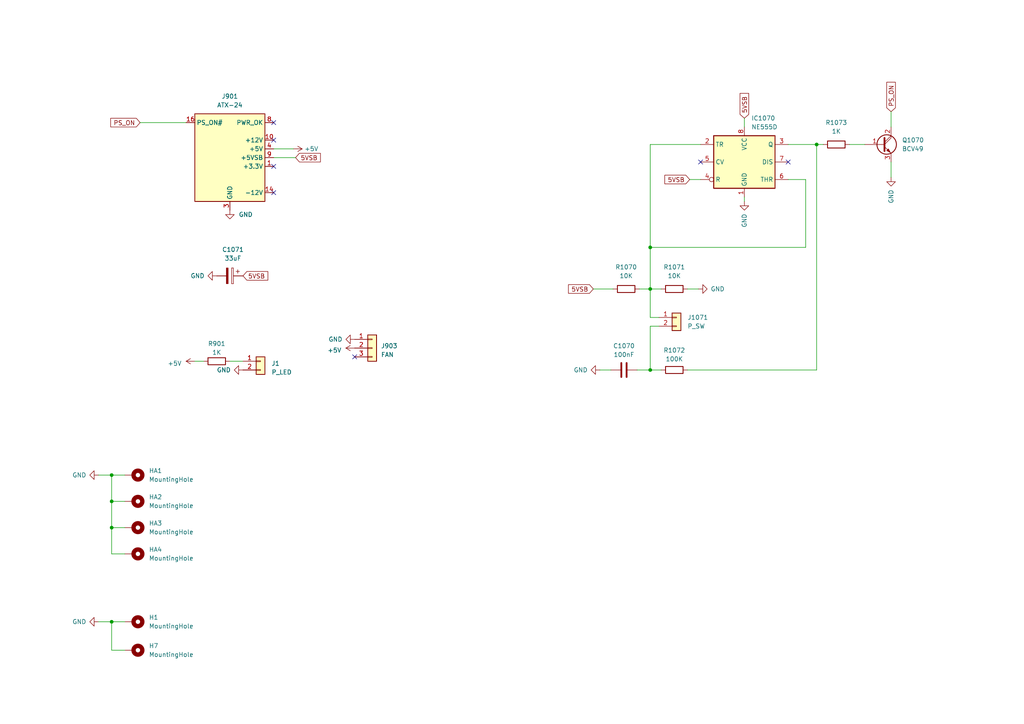
<source format=kicad_sch>
(kicad_sch (version 20230121) (generator eeschema)
  (paper "A4")
  (lib_symbols
    (symbol "Connector:ATX-24"
      (property "Reference" "J" (at -8.89 13.97 0))
      (property "Value" "ATX-24" (at 6.35 13.97 0))
      (symbol "ATX-24_0_1"
        (rectangle (start -10.16 12.7) (end 10.16 -12.7) (stroke (width 0.254)) (fill (type background)))
      )
      (symbol "ATX-24_1_1"
        (pin power_out line (at 12.7 -2.54 180) (length 2.54) (name "+3.3V") (number "1"))
        (pin power_out line (at 12.7 5.08 180) (length 2.54) (name "+12V") (number "10"))
        (pin passive line (at 12.7 5.08 180) (length 2.54) hide (name "+12V") (number "11"))
        (pin passive line (at 12.7 -2.54 180) (length 2.54) hide (name "+3.3V") (number "12"))
        (pin passive line (at 12.7 -2.54 180) (length 2.54) hide (name "+3.3V") (number "13"))
        (pin power_out line (at 12.7 -10.16 180) (length 2.54) (name "-12V") (number "14"))
        (pin passive line (at 0 -15.24 90) (length 2.54) hide (name "GND") (number "15"))
        (pin open_collector line (at -12.7 10.16 0) (length 2.54) (name "PS_ON#") (number "16"))
        (pin passive line (at 0 -15.24 90) (length 2.54) hide (name "GND") (number "17"))
        (pin passive line (at 0 -15.24 90) (length 2.54) hide (name "GND") (number "18"))
        (pin passive line (at 0 -15.24 90) (length 2.54) hide (name "GND") (number "19"))
        (pin passive line (at 12.7 -2.54 180) (length 2.54) hide (name "+3.3V") (number "2"))
        (pin no_connect line (at -10.16 0 0) (length 2.54) hide (name "NC") (number "20"))
        (pin passive line (at 12.7 2.54 180) (length 2.54) hide (name "+5V") (number "21"))
        (pin passive line (at 12.7 2.54 180) (length 2.54) hide (name "+5V") (number "22"))
        (pin passive line (at 12.7 2.54 180) (length 2.54) hide (name "+5V") (number "23"))
        (pin passive line (at 0 -15.24 90) (length 2.54) hide (name "GND") (number "24"))
        (pin power_out line (at 0 -15.24 90) (length 2.54) (name "GND") (number "3"))
        (pin power_out line (at 12.7 2.54 180) (length 2.54) (name "+5V") (number "4"))
        (pin passive line (at 0 -15.24 90) (length 2.54) hide (name "GND") (number "5"))
        (pin passive line (at 12.7 2.54 180) (length 2.54) hide (name "+5V") (number "6"))
        (pin passive line (at 0 -15.24 90) (length 2.54) hide (name "GND") (number "7"))
        (pin output line (at 12.7 10.16 180) (length 2.54) (name "PWR_OK") (number "8"))
        (pin power_out line (at 12.7 0 180) (length 2.54) (name "+5VSB") (number "9"))
      )
    )
    (symbol "Connector_Generic:Conn_01x02" (pin_names (offset 1.016) hide)
      (property "Reference" "J" (at 0 2.54 0))
      (property "Value" "Conn_01x02" (at 0 -5.08 0))
      (symbol "Conn_01x02_1_1"
        (rectangle (start -1.27 -2.413) (end 0 -2.667) (stroke (width 0.1524)))
        (rectangle (start -1.27 0.127) (end 0 -0.127) (stroke (width 0.1524)))
        (rectangle (start -1.27 1.27) (end 1.27 -3.81) (stroke (width 0.254)) (fill (type background)))
        (pin passive line (at -5.08 0 0) (length 3.81) (name "Pin_1") (number "1"))
        (pin passive line (at -5.08 -2.54 0) (length 3.81) (name "Pin_2") (number "2"))
      )
    )
    (symbol "Connector_Generic:Conn_01x03" (pin_names (offset 1.016) hide)
      (property "Reference" "J" (at 0 5.08 0))
      (property "Value" "Conn_01x03" (at 0 -5.08 0))
      (symbol "Conn_01x03_1_1"
        (rectangle (start -1.27 -2.413) (end 0 -2.667) (stroke (width 0.1524)))
        (rectangle (start -1.27 0.127) (end 0 -0.127) (stroke (width 0.1524)))
        (rectangle (start -1.27 2.667) (end 0 2.413) (stroke (width 0.1524)))
        (rectangle (start -1.27 3.81) (end 1.27 -3.81) (stroke (width 0.254)) (fill (type background)))
        (pin passive line (at -5.08 2.54 0) (length 3.81) (name "Pin_1") (number "1"))
        (pin passive line (at -5.08 0 0) (length 3.81) (name "Pin_2") (number "2"))
        (pin passive line (at -5.08 -2.54 0) (length 3.81) (name "Pin_3") (number "3"))
      )
    )
    (symbol "Device:C" (pin_numbers hide) (pin_names (offset 0.254))
      (property "Reference" "C" (at 0.635 2.54 0))
      (property "Value" "C" (at 0.635 -2.54 0))
      (symbol "C_0_1"
        (polyline (pts (xy -2.032 -0.762) (xy 2.032 -0.762)) (stroke (width 0.508)))
        (polyline (pts (xy -2.032 0.762) (xy 2.032 0.762)) (stroke (width 0.508)))
      )
      (symbol "C_1_1"
        (pin passive line (at 0 3.81 270) (length 2.794) (name "~") (number "1"))
        (pin passive line (at 0 -3.81 90) (length 2.794) (name "~") (number "2"))
      )
    )
    (symbol "Device:C_Polarized" (pin_numbers hide) (pin_names (offset 0.254))
      (property "Reference" "C" (at 0.635 2.54 0))
      (property "Value" "C_Polarized" (at 0.635 -2.54 0))
      (symbol "C_Polarized_0_1"
        (rectangle (start -2.286 0.508) (end 2.286 1.016))
        (polyline (pts (xy -1.778 2.286) (xy -0.762 2.286)))
        (polyline (pts (xy -1.27 2.794) (xy -1.27 1.778)))
        (rectangle (start 2.286 -0.508) (end -2.286 -1.016) (fill (type outline)))
      )
      (symbol "C_Polarized_1_1"
        (pin passive line (at 0 3.81 270) (length 2.794) (name "~") (number "1"))
        (pin passive line (at 0 -3.81 90) (length 2.794) (name "~") (number "2"))
      )
    )
    (symbol "Device:R" (pin_numbers hide) (pin_names (offset 0))
      (property "Reference" "R" (at 2.032 0 90))
      (property "Value" "R" (at 0 0 90))
      (symbol "R_0_1"
        (rectangle (start -1.016 -2.54) (end 1.016 2.54) (stroke (width 0.254)))
      )
      (symbol "R_1_1"
        (pin passive line (at 0 3.81 270) (length 1.27) (name "~") (number "1"))
        (pin passive line (at 0 -3.81 90) (length 1.27) (name "~") (number "2"))
      )
    )
    (symbol "Mechanical:MountingHole_Pad" (pin_numbers hide) (pin_names (offset 1.016) hide)
      (property "Reference" "H" (at 0 6.35 0))
      (property "Value" "MountingHole_Pad" (at 0 4.445 0))
      (symbol "MountingHole_Pad_0_1"
        (circle (center 0 1.27) (radius 1.27) (stroke (width 1.27)))
      )
      (symbol "MountingHole_Pad_1_1"
        (pin input line (at 0 -2.54 90) (length 2.54) (name "1") (number "1"))
      )
    )
    (symbol "Timer:NE555D"
      (property "Reference" "U" (at -10.16 8.89 0))
      (property "Value" "NE555D" (at 2.54 8.89 0))
      (symbol "NE555D_0_0"
        (pin power_in line (at 0 -10.16 90) (length 2.54) (name "GND") (number "1"))
        (pin power_in line (at 0 10.16 270) (length 2.54) (name "VCC") (number "8"))
      )
      (symbol "NE555D_0_1"
        (rectangle (start -8.89 -7.62) (end 8.89 7.62) (stroke (width 0.254)) (fill (type background)))
        (rectangle (start -8.89 -7.62) (end 8.89 7.62) (stroke (width 0.254)) (fill (type background)))
      )
      (symbol "NE555D_1_1"
        (pin input line (at -12.7 5.08 0) (length 3.81) (name "TR") (number "2"))
        (pin output line (at 12.7 5.08 180) (length 3.81) (name "Q") (number "3"))
        (pin input inverted (at -12.7 -5.08 0) (length 3.81) (name "R") (number "4"))
        (pin input line (at -12.7 0 0) (length 3.81) (name "CV") (number "5"))
        (pin input line (at 12.7 -5.08 180) (length 3.81) (name "THR") (number "6"))
        (pin input line (at 12.7 0 180) (length 3.81) (name "DIS") (number "7"))
      )
    )
    (symbol "Transistor_BJT:BCV49" (pin_names (offset 0) hide)
      (property "Reference" "Q" (at 4.572 1.27 0))
      (property "Value" "BCV49" (at 4.572 -1.27 0))
      (symbol "BCV49_0_1"
        (polyline (pts (xy 0.635 0.635) (xy 2.54 2.54)))
        (polyline (pts (xy 0.635 -0.635) (xy 2.54 -2.54) (xy 2.54 -2.54)))
        (polyline (pts (xy 0.635 0) (xy 2.54 1.905) (xy 2.54 2.54)))
        (polyline (pts (xy 0.635 1.905) (xy 0.635 -1.905) (xy 0.635 -1.905)) (stroke (width 0.508)))
        (polyline (pts (xy 1.27 -1.778) (xy 1.778 -1.27) (xy 2.286 -2.286) (xy 1.27 -1.778) (xy 1.27 -1.778)) (fill (type outline)))
        (circle (center 1.27 0) (radius 2.8194) (stroke (width 0.254)))
      )
      (symbol "BCV49_1_1"
        (pin input line (at -5.08 0 0) (length 5.715) (name "B") (number "1"))
        (pin passive line (at 2.54 5.08 270) (length 2.54) (name "C") (number "2"))
        (pin passive line (at 2.54 -5.08 90) (length 2.54) (name "E") (number "3"))
      )
    )
    (symbol "power:+5V" (power) (pin_names (offset 0))
      (property "Value" "+5V" (at 0 3.556 0))
      (symbol "+5V_0_1"
        (polyline (pts (xy -0.762 1.27) (xy 0 2.54)))
        (polyline (pts (xy 0 0) (xy 0 2.54)))
        (polyline (pts (xy 0 2.54) (xy 0.762 1.27)))
      )
      (symbol "+5V_1_1"
        (pin power_in line (at 0 0 90) (length 0) hide (name "+5V") (number "1"))
      )
    )
    (symbol "power:GND" (power) (pin_names (offset 0))
      (property "Value" "GND" (at 0 -3.81 0))
      (symbol "GND_0_1"
        (polyline (pts (xy 0 0) (xy 0 -1.27) (xy 1.27 -1.27) (xy 0 -2.54) (xy -1.27 -1.27) (xy 0 -1.27)))
      )
      (symbol "GND_1_1"
        (pin power_in line (at 0 0 270) (length 0) hide (name "GND") (number "1"))
      )
    )
  )
  (junction (at 188.595 107.315))
  (junction (at 32.385 137.795))
  (junction (at 32.385 180.34))
  (junction (at 188.595 83.82))
  (junction (at 236.855 41.91))
  (junction (at 188.595 71.755))
  (junction (at 32.385 153.035))
  (junction (at 32.385 145.415))
  (no_connect (at 203.2 46.99))
  (no_connect (at 79.375 40.64))
  (no_connect (at 79.375 35.56))
  (no_connect (at 79.375 55.88))
  (no_connect (at 228.6 46.99))
  (no_connect (at 79.375 48.26))
  (no_connect (at 102.87 103.505))
  (wire (pts (xy 32.385 153.035) (xy 32.385 160.655)))
  (wire (pts (xy 236.855 107.315) (xy 236.855 41.91)))
  (wire (pts (xy 233.68 52.07) (xy 228.6 52.07)))
  (wire (pts (xy 28.575 137.795) (xy 32.385 137.795)))
  (wire (pts (xy 188.595 71.755) (xy 188.595 83.82)))
  (wire (pts (xy 32.385 137.795) (xy 36.195 137.795)))
  (wire (pts (xy 32.385 153.035) (xy 36.195 153.035)))
  (wire (pts (xy 258.445 51.435) (xy 258.445 46.99)))
  (wire (pts (xy 85.725 45.72) (xy 79.375 45.72)))
  (wire (pts (xy 188.595 94.615) (xy 188.595 107.315)))
  (wire (pts (xy 32.385 160.655) (xy 36.195 160.655)))
  (wire (pts (xy 172.085 83.82) (xy 177.8 83.82)))
  (wire (pts (xy 32.385 145.415) (xy 36.195 145.415)))
  (wire (pts (xy 32.385 188.595) (xy 32.385 180.34)))
  (wire (pts (xy 250.825 41.91) (xy 246.38 41.91)))
  (wire (pts (xy 238.76 41.91) (xy 236.855 41.91)))
  (wire (pts (xy 188.595 71.755) (xy 233.68 71.755)))
  (wire (pts (xy 32.385 145.415) (xy 32.385 153.035)))
  (wire (pts (xy 191.77 107.315) (xy 188.595 107.315)))
  (wire (pts (xy 215.9 34.29) (xy 215.9 36.83)))
  (wire (pts (xy 236.855 41.91) (xy 228.6 41.91)))
  (wire (pts (xy 173.99 107.315) (xy 177.165 107.315)))
  (wire (pts (xy 203.2 41.91) (xy 188.595 41.91)))
  (wire (pts (xy 258.445 32.385) (xy 258.445 36.83)))
  (wire (pts (xy 200.025 52.07) (xy 203.2 52.07)))
  (wire (pts (xy 191.135 92.075) (xy 188.595 92.075)))
  (wire (pts (xy 36.195 188.595) (xy 32.385 188.595)))
  (wire (pts (xy 56.515 104.775) (xy 59.055 104.775)))
  (wire (pts (xy 188.595 83.82) (xy 191.77 83.82)))
  (wire (pts (xy 188.595 83.82) (xy 185.42 83.82)))
  (wire (pts (xy 215.9 58.42) (xy 215.9 57.15)))
  (wire (pts (xy 32.385 137.795) (xy 32.385 145.415)))
  (wire (pts (xy 233.68 71.755) (xy 233.68 52.07)))
  (wire (pts (xy 79.375 43.18) (xy 85.09 43.18)))
  (wire (pts (xy 40.64 35.56) (xy 53.975 35.56)))
  (wire (pts (xy 188.595 41.91) (xy 188.595 71.755)))
  (wire (pts (xy 184.785 107.315) (xy 188.595 107.315)))
  (wire (pts (xy 191.135 94.615) (xy 188.595 94.615)))
  (wire (pts (xy 188.595 92.075) (xy 188.595 83.82)))
  (wire (pts (xy 66.675 104.775) (xy 70.485 104.775)))
  (wire (pts (xy 199.39 107.315) (xy 236.855 107.315)))
  (wire (pts (xy 32.385 180.34) (xy 36.195 180.34)))
  (wire (pts (xy 202.565 83.82) (xy 199.39 83.82)))
  (wire (pts (xy 28.575 180.34) (xy 32.385 180.34)))
  (global_label "5VSB" (shape input) (at 215.9 34.29 90) (property "Intersheetrefs" "${INTERSHEET_REFS}" (effects hide)))
  (global_label "5VSB" (shape input) (at 172.085 83.82 180) (property "Intersheetrefs" "${INTERSHEET_REFS}" (effects hide)))
  (global_label "5VSB" (shape input) (at 70.485 80.01 0) (property "Intersheetrefs" "${INTERSHEET_REFS}" (effects hide)))
  (global_label "PS_ON" (shape input) (at 258.445 32.385 90) (property "Intersheetrefs" "${INTERSHEET_REFS}" (effects hide)))
  (global_label "PS_ON" (shape input) (at 40.64 35.56 180) (property "Intersheetrefs" "${INTERSHEET_REFS}" (effects hide)))
  (global_label "5VSB" (shape input) (at 200.025 52.07 180) (property "Intersheetrefs" "${INTERSHEET_REFS}" (effects hide)))
  (global_label "5VSB" (shape input) (at 85.725 45.72 0) (property "Intersheetrefs" "${INTERSHEET_REFS}" (effects hide)))
  (symbol (lib_id "power:GND") (at 102.87 98.425 270) (unit 1)
    (property "Reference" "#PWR02" (effects hide))
    (property "Value" "GND" (at 95.25 98.425 90) (effects (justify left)))
    (instances (project "CPC464-2MINIITX" (path "" (reference "#PWR02") (unit 1)) (path "" (reference "#PWR06") (unit 1))))
  )
  (symbol (lib_id "Timer:NE555D") (at 215.9 46.99 0) (unit 1)
    (property "Reference" "IC1070" (at 217.9194 34.29 0) (effects (justify left)))
    (property "Value" "NE555D" (at 217.9194 36.83 0) (effects (justify left)))
    (property "Footprint" "Package_SO:SOIC-8_3.9x4.9mm_P1.27mm" (effects hide))
    (property "Datasheet" "http://www.ti.com/lit/ds/symlink/ne555.pdf" (effects hide))
  )
  (symbol (lib_id "power:+5V") (at 85.09 43.18 270) (unit 1)
    (property "Reference" "#PWR0215" (effects hide))
    (property "Value" "+5V" (at 88.265 43.1799 90) (effects (justify left)))
  )
  (symbol (lib_id "Device:R") (at 181.61 83.82 90) (unit 1)
    (property "Reference" "R1070" (at 181.61 77.47 90))
    (property "Value" "10K" (at 181.61 80.01 90))
    (property "Footprint" "Resistor_SMD:R_0805_2012Metric" (effects hide))
  )
  (symbol (lib_id "power:GND") (at 202.565 83.82 90) (unit 1)
    (property "Reference" "#PWR0238" (effects hide))
    (property "Value" "GND" (at 210.185 83.82 90) (effects (justify left)))
  )
  (symbol (lib_id "Mechanical:MountingHole_Pad") (at 38.735 145.415 270) (unit 1)
    (property "Reference" "HA2" (at 43.18 144.1449 90) (effects (justify left)))
    (property "Value" "MountingHole" (at 43.18 146.6849 90) (effects (justify left)))
    (property "Footprint" "CPC464-MINI:Hole3.81_Pad_Via" (effects hide))
  )
  (symbol (lib_id "Mechanical:MountingHole_Pad") (at 38.735 160.655 270) (unit 1)
    (property "Reference" "HA4" (at 43.18 159.3849 90) (effects (justify left)))
    (property "Value" "MountingHole" (at 43.18 161.9249 90) (effects (justify left)))
    (property "Footprint" "CPC464-MINI:Hole3.81_Pad_Via" (effects hide))
  )
  (symbol (lib_id "Device:C") (at 180.975 107.315 90) (unit 1)
    (property "Reference" "C1070" (at 180.975 100.33 90))
    (property "Value" "100nF" (at 180.975 102.87 90))
    (property "Footprint" "Capacitor_SMD:C_0805_2012Metric" (effects hide))
  )
  (symbol (lib_id "Device:R") (at 195.58 83.82 90) (unit 1)
    (property "Reference" "R1071" (at 195.58 77.47 90))
    (property "Value" "10K" (at 195.58 80.01 90))
    (property "Footprint" "Resistor_SMD:R_0805_2012Metric" (effects hide))
  )
  (symbol (lib_id "Mechanical:MountingHole_Pad") (at 38.735 188.595 270) (unit 1)
    (property "Reference" "H7" (at 43.18 187.3249 90) (effects (justify left)))
    (property "Value" "MountingHole" (at 43.18 189.8649 90) (effects (justify left)))
    (property "Footprint" "MountingHole:MountingHole_2.7mm_M2.5_ISO14580_Pad" (effects hide))
  )
  (symbol (lib_id "Device:R") (at 62.865 104.775 90) (unit 1)
    (property "Reference" "R901" (at 62.865 99.695 90))
    (property "Value" "1K" (at 62.865 102.235 90))
    (property "Footprint" "Resistor_SMD:R_0805_2012Metric" (effects hide))
  )
  (symbol (lib_id "Device:C_Polarized") (at 66.675 80.01 270) (unit 1)
    (property "Reference" "C1071" (at 67.564 72.39 90))
    (property "Value" "33uF" (at 67.564 74.93 90))
    (property "Footprint" "Capacitor_THT:CP_Radial_D4.0mm_P2.00mm" (effects hide))
  )
  (symbol (lib_id "Mechanical:MountingHole_Pad") (at 38.735 137.795 270) (unit 1)
    (property "Reference" "HA1" (at 43.18 136.5249 90) (effects (justify left)))
    (property "Value" "MountingHole" (at 43.18 139.0649 90) (effects (justify left)))
    (property "Footprint" "CPC464-MINI:Hole3.81_Pad_Via" (effects hide))
  )
  (symbol (lib_id "Connector_Generic:Conn_01x02") (at 75.565 104.775 0) (unit 1)
    (property "Reference" "J1" (at 78.74 105.41 0) (effects (justify left)))
    (property "Value" "P_LED" (at 78.74 107.95 0) (effects (justify left)))
    (property "Footprint" "Connector_PinHeader_2.54mm:PinHeader_1x02_P2.54mm_Vertical" (effects hide))
    (instances (project "CPC464-2MINIITX" (path "" (reference "J1") (unit 1)) (path "" (reference "J902") (unit 1))))
  )
  (symbol (lib_id "power:GND") (at 215.9 58.42 0) (unit 1)
    (property "Reference" "#PWR0245" (effects hide))
    (property "Value" "GND" (at 215.9 66.04 90) (effects (justify left)))
  )
  (symbol (lib_id "Connector_Generic:Conn_01x02") (at 196.215 92.075 0) (unit 1)
    (property "Reference" "J1071" (at 199.39 92.0749 0) (effects (justify left)))
    (property "Value" "P_SW" (at 199.39 94.6149 0) (effects (justify left)))
    (property "Footprint" "Connector_PinHeader_2.54mm:PinHeader_1x02_P2.54mm_Vertical" (effects hide))
  )
  (symbol (lib_id "Connector_Generic:Conn_01x03") (at 107.95 100.965 0) (unit 1)
    (property "Reference" "J903" (at 110.49 100.33 0) (effects (justify left)))
    (property "Value" "FAN" (at 110.49 102.87 0) (effects (justify left)))
    (property "Footprint" "Connector_PinHeader_2.54mm:PinHeader_1x03_P2.54mm_Vertical" (effects hide))
  )
  (symbol (lib_id "power:GND") (at 70.485 107.315 270) (unit 1)
    (property "Reference" "#PWR02" (effects hide))
    (property "Value" "GND" (at 62.865 107.315 90) (effects (justify left)))
  )
  (symbol (lib_id "power:+5V") (at 102.87 100.965 90) (unit 1)
    (property "Reference" "#PWR03" (effects hide))
    (property "Value" "+5V" (at 99.06 101.6 90) (effects (justify left)))
    (instances (project "CPC464-2MINIITX" (path "" (reference "#PWR03") (unit 1)) (path "" (reference "#PWR05") (unit 1))))
  )
  (symbol (lib_id "Device:R") (at 242.57 41.91 90) (unit 1)
    (property "Reference" "R1073" (at 242.57 35.56 90))
    (property "Value" "1K" (at 242.57 38.1 90))
    (property "Footprint" "Resistor_SMD:R_0805_2012Metric" (effects hide))
  )
  (symbol (lib_id "Connector:ATX-24") (at 66.675 45.72 0) (unit 1)
    (property "Reference" "J901" (at 66.675 27.94 0))
    (property "Value" "ATX-24" (at 66.675 30.48 0))
    (property "Footprint" "Connector_Molex:Molex_Mini-Fit_Jr_5566-24A_2x12_P4.20mm_Vertical" (effects hide))
    (property "Datasheet" "https://www.intel.com/content/dam/www/public/us/en/documents/guides/power-supply-design-guide-june.pdf#page=33" (effects hide))
  )
  (symbol (lib_id "power:GND") (at 28.575 137.795 270) (unit 1)
    (property "Reference" "#PWR0140" (effects hide))
    (property "Value" "GND" (at 20.955 137.795 90) (effects (justify left)))
  )
  (symbol (lib_id "power:GND") (at 173.99 107.315 270) (unit 1)
    (property "Reference" "#PWR0246" (effects hide))
    (property "Value" "GND" (at 166.37 107.315 90) (effects (justify left)))
  )
  (symbol (lib_id "power:GND") (at 62.865 80.01 270) (unit 1)
    (property "Reference" "#PWR0214" (effects hide))
    (property "Value" "GND" (at 55.245 80.01 90) (effects (justify left)))
  )
  (symbol (lib_id "power:GND") (at 66.675 60.96 0) (unit 1)
    (property "Reference" "#PWR0218" (effects hide))
    (property "Value" "GND" (at 69.215 62.2299 0) (effects (justify left)))
  )
  (symbol (lib_id "power:GND") (at 258.445 51.435 0) (unit 1)
    (property "Reference" "#PWR0244" (effects hide))
    (property "Value" "GND" (at 258.445 59.055 90) (effects (justify left)))
  )
  (symbol (lib_id "Mechanical:MountingHole_Pad") (at 38.735 180.34 270) (unit 1)
    (property "Reference" "H1" (at 43.18 179.0699 90) (effects (justify left)))
    (property "Value" "MountingHole" (at 43.18 181.6099 90) (effects (justify left)))
    (property "Footprint" "MountingHole:MountingHole_2.7mm_M2.5_ISO14580_Pad" (effects hide))
  )
  (symbol (lib_id "power:GND") (at 28.575 180.34 270) (unit 1)
    (property "Reference" "#PWR0247" (effects hide))
    (property "Value" "GND" (at 20.955 180.34 90) (effects (justify left)))
  )
  (symbol (lib_id "Device:R") (at 195.58 107.315 90) (unit 1)
    (property "Reference" "R1072" (at 195.58 101.6 90))
    (property "Value" "100K" (at 195.58 104.14 90))
    (property "Footprint" "Resistor_SMD:R_0805_2012Metric" (effects hide))
  )
  (symbol (lib_id "Mechanical:MountingHole_Pad") (at 38.735 153.035 270) (unit 1)
    (property "Reference" "HA3" (at 43.18 151.7649 90) (effects (justify left)))
    (property "Value" "MountingHole" (at 43.18 154.3049 90) (effects (justify left)))
    (property "Footprint" "CPC464-MINI:Hole3.81_Pad_Via" (effects hide))
  )
  (symbol (lib_id "Transistor_BJT:BCV49") (at 255.905 41.91 0) (unit 1)
    (property "Reference" "Q1070" (at 261.62 40.6399 0) (effects (justify left)))
    (property "Value" "BCV49" (at 261.62 43.1799 0) (effects (justify left)))
    (property "Footprint" "Package_TO_SOT_SMD:SOT-89-3" (effects hide))
    (property "Datasheet" "https://assets.nexperia.com/documents/data-sheet/BCV29_49.pdf" (effects hide))
  )
  (symbol (lib_id "power:+5V") (at 56.515 104.775 90) (unit 1)
    (property "Reference" "#PWR03" (effects hide))
    (property "Value" "+5V" (at 52.705 105.41 90) (effects (justify left)))
  )
)
</source>
